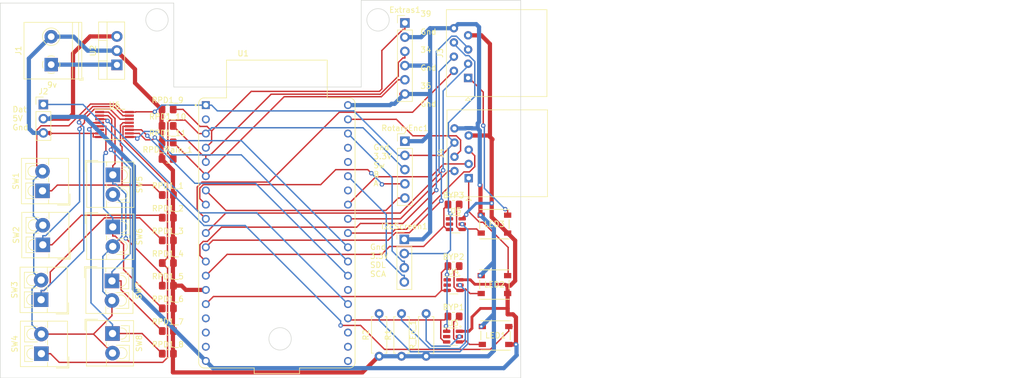
<source format=kicad_pcb>
(kicad_pcb (version 20221018) (generator pcbnew)
  (layers (0 "F.Cu" signal) (31 "B.Cu" signal) (34 "B.Paste" user) (35 "F.Paste" user) (36 "B.SilkS" user "B.Silkscreen") (37 "F.SilkS" user "F.Silkscreen") (38 "B.Mask" user) (39 "F.Mask" user) (44 "Edge.Cuts" user))
  (net 0 "")
  (net 12 "+9V")
  (net 13 "GND")
  (net 14 "LED_1_Data")
  (net 15 "+5V")
  (net 16 "LED_3_Data")
  (net 17 "/Mux3_1")
  (net 18 "/Mux3_2")
  (net 19 "/Mux3_3")
  (net 20 "/Mux3_return")
  (net 21 "+3.3V")
  (net 22 "LED_2_Data")
  (net 23 "/Mux2_1")
  (net 24 "/Mux2_2")
  (net 25 "/Mux2_3")
  (net 26 "/Mux2_return")
  (net 27 "Net-(LED1-DIN)")
  (net 28 "Net-(LED2-DIN)")
  (net 29 "Net-(LED3-DIN)")
  (net 30 "Net-(U6-A0)")
  (net 31 "Net-(U6-A1)")
  (net 32 "Net-(U6-A2)")
  (net 33 "Net-(U6-A3)")
  (net 34 "Net-(U6-A4)")
  (net 35 "Net-(U6-A5)")
  (net 36 "Net-(U6-A6)")
  (net 37 "Net-(U6-A7)")
  (net 39 "LED_1_sig")
  (net 40 "Net-(U3-OE)")
  (net 42 "LED_2_sig")
  (net 43 "Net-(U4-OE)")
  (net 45 "LED_3_sig")
  (net 46 "Net-(U5-OE)")
  (net 47 "Mux1_return")
  (net 48 "Mux1_3")
  (net 49 "Mux1_2")
  (net 50 "Mux1_1")
  (net 51 "/GP39")
  (net 52 "/GP34")
  (net 53 "/GP35")
  (net 54 "/I2C_SCL")
  (net 55 "/I2C_SDA")
  (net 56 "/Enc_B")
  (net 57 "/Enc_Sw")
  (net 58 "/Enc_A")
  (footprint "Resistor_SMD:R_0805_2012Metric_Pad1.20x1.40mm_HandSolder" (layer "F.Cu") (at 110 65)
    (fp_text reference "BYP3")
    (fp_text value "~")
  )
  (footprint "Package_SO:QSOP-16_3.9x4.9mm_P0.635mm" (layer "F.Cu") (at 49.4 50.7)
    (fp_text reference "U6")
    (fp_text value "CD74HC4051M96")
  )
  (footprint "Resistor_SMD:R_0805_2012Metric_Pad1.20x1.40mm_HandSolder" (layer "F.Cu") (at 58.945 63.3)
    (fp_text reference "RPD1_1")
    (fp_text value "10k")
  )
  (footprint "Resistor_SMD:R_0805_2012Metric_Pad1.20x1.40mm_HandSolder" (layer "F.Cu") (at 110 76)
    (fp_text reference "BYP2")
    (fp_text value "~")
  )
  (footprint "Package_TO_SOT_THT:TO-220-3_Vertical" (layer "F.Cu") (at 49.845 40.04 90)
    (fp_text reference "U2")
    (fp_text value "L7805")
  )
  (footprint "TerminalBlock_4Ucon:TerminalBlock_4Ucon_1x02_P3.50mm_Vertical" (layer "F.Cu") (at 36.345 91.65 90)
    (fp_text reference "SW4")
    (fp_text value "SW_Push")
  )
  (footprint "Relay_parts:LED_IN-PI55TAT_INL" (layer "F.Cu") (at 117.5 88.4)
    (fp_text reference "LED1")
    (fp_text value "IN-PI55TATPRPGPB")
  )
  (footprint "TerminalBlock_4Ucon:TerminalBlock_4Ucon_1x02_P3.50mm_Vertical" (layer "F.Cu") (at 36.3 82 90)
    (fp_text reference "SW3")
    (fp_text value "SW_Push")
  )
  (footprint "Resistor_SMD:R_0805_2012Metric_Pad1.20x1.40mm_HandSolder" (layer "F.Cu") (at 58.945 75.45)
    (fp_text reference "RPD1_4")
    (fp_text value "10k")
  )
  (footprint "Connector_PinHeader_2.54mm:PinHeader_1x04_P2.54mm_Vertical" (layer "F.Cu") (at 101.2 71.22)
    (fp_text reference "I2cScreen1")
    (fp_text value "Conn_01x05_Pin")
  )
  (footprint "Resistor_SMD:R_0805_2012Metric_Pad1.20x1.40mm_HandSolder" (layer "F.Cu") (at 58.9 50.95)
    (fp_text reference "RPD1_10")
    (fp_text value "10k")
  )
  (footprint "Resistor_THT:R_Axial_DIN0207_L6.3mm_D2.5mm_P7.62mm_Horizontal" (layer "F.Cu") (at 96.7 92.11 90)
    (fp_text reference "R2")
    (fp_text value "R")
  )
  (footprint "Resistor_SMD:R_0805_2012Metric_Pad1.20x1.40mm_HandSolder" (layer "F.Cu") (at 110 85)
    (fp_text reference "BYP1")
    (fp_text value "~")
  )
  (footprint "TerminalBlock_4Ucon:TerminalBlock_4Ucon_1x02_P3.50mm_Vertical" (layer "F.Cu") (at 49.11 59.7 -90)
    (fp_text reference "SW5")
    (fp_text value "SW_Push")
  )
  (footprint "Package_TO_SOT_SMD:SOT-23-6" (layer "F.Cu") (at 109.9 88.6)
    (fp_text reference "U3")
    (fp_text value "TXS0101DBV")
  )
  (footprint "Resistor_THT:R_Axial_DIN0207_L6.3mm_D2.5mm_P7.62mm_Horizontal" (layer "F.Cu") (at 100.7 92.11 90)
    (fp_text reference "R1")
    (fp_text value "R")
  )
  (footprint "Package_TO_SOT_SMD:SOT-23-6" (layer "F.Cu") (at 110 79.4)
    (fp_text reference "U4")
    (fp_text value "TXS0101DBV")
  )
  (footprint "Connector_PinHeader_2.54mm:PinHeader_1x03_P2.54mm_Vertical" (layer "F.Cu") (at 36.7 47.12)
    (fp_text reference "J2")
    (fp_text value "LED Strip Conn")
  )
  (footprint "TerminalBlock_4Ucon:TerminalBlock_4Ucon_1x02_P3.50mm_Vertical" (layer "F.Cu") (at 48.955 78.65 -90)
    (fp_text reference "SW7")
    (fp_text value "SW_Push")
  )
  (footprint "Relay_parts:LED_IN-PI55TAT_INL" (layer "F.Cu") (at 117.3 79.3)
    (fp_text reference "LED2")
    (fp_text value "IN-PI55TATPRPGPB")
  )
  (footprint "Package_TO_SOT_SMD:SOT-23-6" (layer "F.Cu") (at 110.4 68.5)
    (fp_text reference "U5")
    (fp_text value "TXS0101DBV")
  )
  (footprint "Resistor_SMD:R_0805_2012Metric_Pad1.20x1.40mm_HandSolder" (layer "F.Cu") (at 58.945 87.6)
    (fp_text reference "RPD1_7")
    (fp_text value "10k")
  )
  (footprint "Connector_PinHeader_2.54mm:PinHeader_1x06_P2.54mm_Vertical" (layer "F.Cu") (at 101.3 32.55)
    (fp_text reference "Extras1")
    (fp_text value "Conn_01x06_Pin")
  )
  (footprint "TerminalBlock_4Ucon:TerminalBlock_4Ucon_1x02_P3.50mm_Vertical" (layer "F.Cu") (at 49.1 69 -90)
    (fp_text reference "SW6")
    (fp_text value "SW_Push")
  )
  (footprint "TerminalBlock_4Ucon:TerminalBlock_4Ucon_1x02_P3.50mm_Vertical" (layer "F.Cu") (at 36.545 62.55 90)
    (fp_text reference "SW1")
    (fp_text value "SW_Push")
  )
  (footprint "Resistor_SMD:R_0805_2012Metric_Pad1.20x1.40mm_HandSolder" (layer "F.Cu") (at 58.945 79.5)
    (fp_text reference "RPD1_5")
    (fp_text value "10k")
  )
  (footprint "Connector_RJ:RJ45_Amphenol_54602-x08_Horizontal" (layer "F.Cu") (at 112.7 60.2825 90)
    (fp_text reference "J4")
    (fp_text value "Expansion")
  )
  (footprint "Resistor_SMD:R_0805_2012Metric_Pad1.20x1.40mm_HandSolder" (layer "F.Cu") (at 58.945 83.55)
    (fp_text reference "RPD1_6")
    (fp_text value "10k")
  )
  (footprint "Resistor_SMD:R_0805_2012Metric_Pad1.20x1.40mm_HandSolder" (layer "F.Cu") (at 58.9 56.85)
    (fp_text reference "RPD_Main_1")
    (fp_text value "10k")
  )
  (footprint "Connector_RJ:RJ45_Amphenol_54602-x08_Horizontal" (layer "F.Cu") (at 112.6 42.3825 90)
    (fp_text reference "J3")
    (fp_text value "Expansion")
  )
  (footprint "Relay_parts:LED_IN-PI55TAT_INL" (layer "F.Cu") (at 117.3 68.5)
    (fp_text reference "LED3")
    (fp_text value "IN-PI55TATPRPGPB")
  )
  (footprint "Resistor_SMD:R_0805_2012Metric_Pad1.20x1.40mm_HandSolder" (layer "F.Cu") (at 58.9 53.9)
    (fp_text reference "RPD1_11")
    (fp_text value "10k")
  )
  (footprint "Resistor_SMD:R_0805_2012Metric_Pad1.20x1.40mm_HandSolder" (layer "F.Cu") (at 58.945 91.65)
    (fp_text reference "RPD1_8")
    (fp_text value "10k")
  )
  (footprint "Resistor_SMD:R_0805_2012Metric_Pad1.20x1.40mm_HandSolder" (layer "F.Cu") (at 58.945 67.35)
    (fp_text reference "RPD1_2")
    (fp_text value "10k")
  )
  (footprint "TerminalBlock_4Ucon:TerminalBlock_4Ucon_1x02_P3.50mm_Vertical" (layer "F.Cu") (at 49.055 88.05 -90)
    (fp_text reference "SW8")
    (fp_text value "SW_Push")
  )
  (footprint "Resistor_SMD:R_0805_2012Metric_Pad1.20x1.40mm_HandSolder" (layer "F.Cu") (at 58.9 48)
    (fp_text reference "RPD1_9")
    (fp_text value "10k")
  )
  (footprint "TerminalBlock_Philmore:TerminalBlock_Philmore_TB132_1x02_P5.00mm_Horizontal" (layer "F.Cu") (at 38.1 40 90)
    (fp_text reference "J1")
    (fp_text value "Power In")
  )
  (footprint "Resistor_THT:R_Axial_DIN0207_L6.3mm_D2.5mm_P7.62mm_Horizontal" (layer "F.Cu") (at 105.1 92.11 90)
    (fp_text reference "R_En_1")
    (fp_text value "R")
  )
  (footprint "TerminalBlock_4Ucon:TerminalBlock_4Ucon_1x02_P3.50mm_Vertical" (layer "F.Cu") (at 36.6 72.2 90)
    (fp_text reference "SW2")
    (fp_text value "SW_Push")
  )
  (footprint "Connector_PinHeader_2.54mm:PinHeader_1x05_P2.54mm_Vertical" (layer "F.Cu") (at 101.3 53.68)
    (fp_text reference "RotaryEnc1")
    (fp_text value "Conn_01x05_Pin")
  )
  (footprint "Resistor_SMD:R_0805_2012Metric_Pad1.20x1.40mm_HandSolder" (layer "F.Cu") (at 58.945 71.4)
    (fp_text reference "RPD1_3")
    (fp_text value "10k")
  )
  (footprint "ESP32_DEVKITC_32E:MODULE_ESP32-DEVKITC-32E" (layer "F.Cu") (at 78.4275 70.07)
    (fp_text reference "U1")
    (fp_text value "ESP32-DEVKITC-32E")
  )
  (gr_line (start 122 96) (end 29 96) (stroke (width 0.1)) (layer "Edge.Cuts"))
  (gr_circle (center 96.5 32) (end 98.5 32) (stroke (width 0.1)) (fill none) (layer "Edge.Cuts"))
  (gr_circle (center 79 89) (end 81 89) (stroke (width 0.1)) (fill none) (layer "Edge.Cuts"))
  (gr_line (start 29 96) (end 29 29) (stroke (width 0.1)) (layer "Edge.Cuts"))
  (gr_line (start 93.5 28.5) (end 122 28.5) (stroke (width 0.1)) (layer "Edge.Cuts"))
  (gr_line (start 122 28.5) (end 122 96) (stroke (width 0.1)) (layer "Edge.Cuts"))
  (gr_circle (center 57 32) (end 59 32) (stroke (width 0.1)) (fill none) (layer "Edge.Cuts"))
  (gr_line (start 29 29) (end 60 29) (stroke (width 0.1)) (layer "Edge.Cuts"))
  (gr_line (start 60 29) (end 60 44) (stroke (width 0.1)) (layer "Edge.Cuts"))
  (gr_line (start 93.5 44) (end 93.5 28.5) (stroke (width 0.1)) (layer "Edge.Cuts"))
  (gr_line (start 60 44) (end 93.5 44) (stroke (width 0.1)) (layer "Edge.Cuts"))
  (gr_text "39\n\nGnd\n\n34\n\nGnd\n\n35\n\nGnd\n" (at 104 47.6) (layer "F.SilkS") (effects (font (size 1 1)) (justify left bottom)))
  (gr_text "Gnd\n3.3V\nSDL\nSCA" (at 95 78) (layer "F.SilkS") (effects (font (size 1 1)) (justify left bottom)))
  (gr_text "Gnd\n3.3V\nSw\nB\nA" (at 95.6 61.8) (layer "F.SilkS") (effects (font (size 1 1)) (justify left bottom)))
  (gr_text "Dat\n5V\nGnd\n" (at 31.1 51.8) (layer "F.SilkS") (effects (font (size 1 1)) (justify left bottom)))
  (gr_text "9v\n" (at 37.3 44.2) (layer "F.SilkS") (effects (font (size 1 1)) (justify left bottom)))
  (segment (start 49.805 40) (end 49.845 40.04) (width 0.75) (layer "B.Cu") (net 12))
  (segment (start 38.1 40) (end 49.805 40) (width 0.75) (layer "B.Cu") (net 12))
  (segment (start 59.8525 91.3) (end 59.8525 87.6) (width 0.75) (layer "F.Cu") (net 13))
  (segment (start 59.945 71.4) (end 59.8525 71.4) (width 0.25) (layer "F.Cu") (net 13))
  (segment (start 57.9 56.85) (end 57.8538 56.8962) (width 0.25) (layer "F.Cu") (net 13))
  (segment (start 59.945 63.3) (end 59.8525 63.3) (width 0.25) (layer "F.Cu") (net 13))
  (segment (start 49.845 37.5) (end 49.7988 37.5462) (width 0.25) (layer "F.Cu") (net 13))
  (segment (start 37.7844 52.2) (end 37.8719 52.2875) (width 0.75) (layer "F.Cu") (net 13))
  (segment (start 59.8525 67.35) (end 59.8525 63.3) (width 0.75) (layer "F.Cu") (net 13))
  (segment (start 93.7175 95) (end 59.8525 95) (width 0.75) (layer "F.Cu") (net 13))
  (segment (start 59.945 79.5) (end 61.4075 79.5) (width 0.75) (layer "F.Cu") (net 13))
  (segment (start 114.9378 66.9) (end 114.938 66.9) (width 0.25) (layer "F.Cu") (net 13))
  (segment (start 46.7457 52.2875) (end 45.6188 52.2875) (width 0.25) (layer "F.Cu") (net 13))
  (segment (start 59.8525 58.895) (end 57.8538 56.8962) (width 0.75) (layer "F.Cu") (net 13))
  (segment (start 59.8525 95) (end 59.8525 91.3) (width 0.75) (layer "F.Cu") (net 13))
  (segment (start 57.8075 50.95) (end 57.8075 48) (width 0.75) (layer "F.Cu") (net 13))
  (segment (start 59.8525 87.6) (end 59.8525 83.55) (width 0.75) (layer "F.Cu") (net 13))
  (segment (start 95.1625 93.555) (end 93.7175 95) (width 0.75) (layer "F.Cu") (net 13))
  (segment (start 96.6075 92.11) (end 95.1625 93.555) (width 0.75) (layer "F.Cu") (net 13))
  (segment (start 59.945 75.45) (end 59.8525 75.45) (width 0.25) (layer "F.Cu") (net 13))
  (segment (start 61.4075 79.5) (end 62.1625 80.255) (width 0.75) (layer "F.Cu") (net 13))
  (segment (start 114.808 61.5) (end 114.684 61.5) (width 0.75) (layer "F.Cu") (net 13))
  (segment (start 114.958 86.8) (end 115.1378 86.8) (width 0.25) (layer "F.Cu") (net 13))
  (segment (start 57.8075 48) (end 53.075 43.2675) (width 0.75) (layer "F.Cu") (net 13))
  (segment (start 114.758 77.7) (end 114.9378 77.7) (width 0.25) (layer "F.Cu") (net 13))
  (segment (start 59.8525 91.3) (end 59.945 91.3925) (width 0.25) (layer "F.Cu") (net 13))
  (segment (start 57.8075 53.9) (end 57.8075 50.95) (width 0.75) (layer "F.Cu") (net 13))
  (segment (start 59.8525 79.5) (end 59.945 79.5) (width 0.75) (layer "F.Cu") (net 13))
  (segment (start 101.208 45.25) (end 100.658 45.25) (width 0.75) (layer "F.Cu") (net 13))
  (segment (start 114.758 66.9) (end 114.808 66.9) (width 0.75) (layer "F.Cu") (net 13))
  (segment (start 59.8525 79.5) (end 59.8525 75.45) (width 0.75) (layer "F.Cu") (net 13))
  (segment (start 45.6188 52.9225) (end 45.6188 52.2875) (width 0.25) (layer "F.Cu") (net 13))
  (segment (start 46.7457 52.9225) (end 45.6188 52.9225) (width 0.25) (layer "F.Cu") (net 13))
  (segment (start 37.7844 52.2) (end 37.8769 52.2) (width 0.25) (layer "F.Cu") (net 13))
  (segment (start 114.9378 77.7) (end 114.938 77.7) (width 0.25) (layer "F.Cu") (net 13))
  (segment (start 62.1625 80.255) (end 65.635 80.255) (width 0.75) (layer "F.Cu") (net 13))
  (segment (start 53.075 43.2675) (end 53.075 40.8225) (width 0.75) (layer "F.Cu") (net 13))
  (segment (start 59.945 91.3925) (end 59.945 91.65) (width 0.25) (layer "F.Cu") (net 13))
  (segment (start 57.8075 53.9) (end 57.9 53.9) (width 0.25) (layer "F.Cu") (net 13))
  (segment (start 95.1625 93.555) (end 95.255 93.555) (width 0.25) (layer "F.Cu") (net 13))
  (segment (start 101.208 45.25) (end 101.3 45.25) (width 0.25) (layer "F.Cu") (net 13))
  (segment (start 53.075 40.8225) (end 49.7988 37.5462) (width 0.75) (layer "F.Cu") (net 13))
  (segment (start 57.9 48) (end 57.8075 48) (width 0.25) (layer "F.Cu") (net 13))
  (segment (start 59.8525 83.55) (end 59.945 83.55) (width 0.25) (layer "F.Cu") (net 13))
  (segment (start 115.1378 86.8) (end 115.138 86.8) (width 0.25) (layer "F.Cu") (net 13))
  (segment (start 114.808 66.9) (end 114.808 61.5) (width 0.75) (layer "F.Cu") (net 13))
  (segment (start 45.6188 52.2875) (end 37.8719 52.2875) (width 0.25) (layer "F.Cu") (net 13))
  (segment (start 59.945 87.6) (end 59.8525 87.6) (width 0.25) (layer "F.Cu") (net 13))
  (segment (start 57.8538 56.8962) (end 57.8075 56.85) (width 0.75) (layer "F.Cu") (net 13))
  (segment (start 59.8525 71.4) (end 59.8525 67.35) (width 0.75) (layer "F.Cu") (net 13))
  (segment (start 59.8525 83.55) (end 59.8525 79.5) (width 0.75) (layer "F.Cu") (net 13))
  (segment (start 49.7988 37.5462) (end 49.7525 37.5) (width 0.75) (layer "F.Cu") (net 13))
  (segment (start 36.7 52.2) (end 37.7844 52.2) (width 0.25) (layer "F.Cu") (net 13))
  (segment (start 46.7457 52.2875) (end 46.7457 51.6525) (width 0.25) (layer "F.Cu") (net 13))
  (segment (start 59.8525 75.45) (end 59.8525 71.4) (width 0.75) (layer "F.Cu") (net 13))
  (segment (start 65.635 80.255) (end 65.7275 80.255) (width 0.25) (layer "F.Cu") (net 13))
  (segment (start 95.255 93.555) (end 96.7 92.11) (width 0.25) (layer "F.Cu") (net 13))
  (segment (start 59.945 67.35) (end 59.8525 67.35) (width 0.25) (layer "F.Cu") (net 13))
  (segment (start 57.8075 56.85) (end 57.8075 53.9) (width 0.75) (layer "F.Cu") (net 13))
  (segment (start 114.808 66.9) (end 114.9378 66.9) (width 0.25) (layer "F.Cu") (net 13))
  (segment (start 59.8525 63.3) (end 59.8525 58.895) (width 0.75) (layer "F.Cu") (net 13))
  (segment (start 57.9 50.95) (end 57.8075 50.95) (width 0.25) (layer "F.Cu") (net 13))
  (via (at 114.958 86.8) (size 0.8) (drill 0.4) (layers "F.Cu" "B.Cu") (net 13))
  (via (at 114.684 61.5) (size 0.8) (drill 0.4) (layers "F.Cu" "B.Cu") (net 13))
  (via (at 114.808 66.9) (size 0.8) (drill 0.4) (layers "F.Cu" "B.Cu") (net 13))
  (via (at 114.758 77.7) (size 0.8) (drill 0.4) (layers "F.Cu" "B.Cu") (net 13))
  (segment (start 114.808 66.9) (end 117.208 69.3) (width 0.75) (layer "B.Cu") (net 13))
  (segment (start 104.428 53.68) (end 101.3 53.68) (width 0.75) (layer "B.Cu") (net 13))
  (segment (start 105.1 92.11) (end 116.198 92.11) (width 0.75) (layer "B.Cu") (net 13))
  (segment (start 117.208 84.55) (end 117.208 75.25) (width 0.75) (layer "B.Cu") (net 13))
  (segment (start 105.808 52.3) (end 104.428 53.68) (width 0.75) (layer "B.Cu") (net 13))
  (segment (start 38.1 35) (end 42.1075 35) (width 0.75) (layer "B.Cu") (net 13))
  (segment (start 100.7 92.11) (end 105.1 92.11) (width 0.75) (layer "B.Cu") (net 13))
  (segment (start 96.7 92.11) (end 100.7 92.11) (width 0.75) (layer "B.Cu") (net 13))
  (segment (start 101.2 71.22) (end 101.108 71.22) (width 0.75) (layer "B.Cu") (net 13))
  (segment (start 101.208 40.17) (end 101.3 40.17) (width 0.75) (layer "B.Cu") (net 13))
  (segment (start 105.808 33.4925) (end 105.808 39.9) (width 0.75) (layer "B.Cu") (net 13))
  (segment (start 44.6075 37.5) (end 49.7525 37.5) (width 0.75) (layer "B.Cu") (net 13))
  (segment (start 101.3 53.68) (end 101.208 53.68) (width 0.75) (layer "B.Cu") (net 13))
  (segment (start 104.21 35.09) (end 105.808 33.4925) (width 0.75) (layer "B.Cu") (net 13))
  (segment (start 113.249 51.3375) (end 112.151 51.3375) (width 0.75) (layer "B.Cu") (net 13))
  (segment (start 34.1075 38.9) (end 34.1075 51.4) (width 0.75) (layer "B.Cu") (net 13))
  (segment (start 38.0075 35) (end 34.1075 38.9) (width 0.75) (layer "B.Cu") (net 13))
  (segment (start 110.06 33.4925) (end 110.786 32.766) (width 0.75) (layer "B.Cu") (net 13))
  (segment (start 113.304 51.3925) (end 113.249 51.3375) (width 0.75) (layer "B.Cu") (net 13))
  (segment (start 104.488 71.22) (end 101.2 71.22) (width 0.75) (layer "B.Cu") (net 13))
  (segment (start 117.208 91.1) (end 117.208 84.55) (width 0.75) (layer "B.Cu") (net 13))
  (segment (start 110.786 32.766) (end 114.046 32.766) (width 0.75) (layer "B.Cu") (net 13))
  (segment (start 114.046 32.766) (end 114.554 33.274) (width 0.75) (layer "B.Cu") (net 13))
  (segment (start 91.1275 47.235) (end 91.035 47.235) (width 0.75) (layer "B.Cu") (net 13))
  (segment (start 98.9075 47) (end 98.6725 47.235) (width 0.75) (layer "B.Cu") (net 13))
  (segment (start 110.16 51.3925) (end 110.068 51.3925) (width 0.75) (layer "B.Cu") (net 13))
  (segment (start 38.1 35) (end 38.0075 35) (width 0.75) (layer "B.Cu") (net 13))
  (segment (start 101.3 35.09) (end 104.21 35.09) (width 0.75) (layer "B.Cu") (net 13))
  (segment (start 96.6075 92.11) (end 96.7 92.11) (width 0.75) (layer "B.Cu") (net 13))
  (segment (start 101.3 45.25) (end 105.758 45.25) (width 0.75) (layer "B.Cu") (net 13))
  (segment (start 42.1075 35) (end 44.6075 37.5) (width 0.75) (layer "B.Cu") (net 13))
  (segment (start 114.554 33.274) (end 114.554 50.2671) (width 0.75) (layer "B.Cu") (net 13))
  (segment (start 101.3 40.17) (end 105.538 40.17) (width 0.75) (layer "B.Cu") (net 13))
  (segment (start 34.1075 51.4) (end 34.9075 52.2) (width 0.75) (layer "B.Cu") (net 13))
  (segment (start 117.208 69.3) (end 117.208 75.25) (width 0.75) (layer "B.Cu") (net 13))
  (segment (start 105.808 69.9) (end 104.488 71.22) (width 0.75) (layer "B.Cu") (net 13))
  (segment (start 112.151 51.3375) (end 112.096 51.3925) (width 0.75) (layer "B.Cu") (net 13))
  (segment (start 117.208 84.55) (end 114.958 86.8) (width 0.75) (layer "B.Cu") (net 13))
  (segment (start 114.325 51.4165) (end 114.684 51.7755) (width 0.75) (layer "B.Cu") (net 13))
  (segment (start 101.3 45.25) (end 101.208 45.25) (width 0.75) (layer "B.Cu") (net 13))
  (segment (start 101.208 45.25) (end 99.4575 47) (width 0.75) (layer "B.Cu") (net 13))
  (segment (start 114.684 61.5) (end 114.684 51.7755) (width 0.75) (layer "B.Cu") (net 13))
  (segment (start 105.808 39.9) (end 105.808 45.3) (width 0.75) (layer "B.Cu") (net 13))
  (segment (start 105.808 52.3) (end 105.808 69.9) (width 0.75) (layer "B.Cu") (net 13))
  (segment (start 101.208 35.09) (end 101.3 35.09) (width 0.75) (layer "B.Cu") (net 13))
  (segment (start 112.096 51.3925) (end 110.16 51.3925) (width 0.75) (layer "B.Cu") (net 13))
  (segment (start 114.684 51.7755) (end 114.3 51.3925) (width 0.75) (layer "B.Cu") (net 13))
  (segment (start 105.758 45.25) (end 105.808 45.3) (width 0.75) (layer "B.Cu") (net 13))
  (segment (start 105.538 40.17) (end 105.808 39.9) (width 0.75) (layer "B.Cu") (net 13))
  (segment (start 114.325 50.4961) (end 114.325 51.4165) (width 0.75) (layer "B.Cu") (net 13))
  (segment (start 36.6075 52.2) (end 36.7 52.2) (width 0.25) (layer "B.Cu") (net 13))
  (segment (start 117.208 75.25) (end 114.758 77.7) (width 0.75) (layer "B.Cu") (net 13))
  (segment (start 105.808 33.4925) (end 110.06 33.4925) (width 0.75) (layer "B.Cu") (net 13))
  (segment (start 99.4575 47) (end 98.9075 47) (width 0.75) (layer "B.Cu") (net 13))
  (segment (start 114.554 50.2671) (end 114.325 50.4961) (width 0.75) (layer "B.Cu") (net 13))
  (segment (start 34.9075 52.2) (end 36.6075 52.2) (width 0.75) (layer "B.Cu") (net 13))
  (segment (start 116.198 92.11) (end 117.208 91.1) (width 0.75) (layer "B.Cu") (net 13))
  (segment (start 105.808 45.3) (end 105.808 52.3) (width 0.75) (layer "B.Cu") (net 13))
  (segment (start 98.6725 47.235) (end 91.1275 47.235) (width 0.75) (layer "B.Cu") (net 13))
  (segment (start 49.7525 37.5) (end 49.845 37.5) (width 0.25) (layer "B.Cu") (net 13))
  (segment (start 114.3 51.3925) (end 113.304 51.3925) (width 0.75) (layer "B.Cu") (net 13))
  (segment (start 97.6707 90.8832) (end 93.3925 86.605) (width 0.25) (layer "F.Cu") (net 14))
  (segment (start 119.862 86.8) (end 119.862 87.5968) (width 0.25) (layer "F.Cu") (net 14))
  (segment (start 119.95 86.8) (end 119.8622 86.8) (width 0.25) (layer "F.Cu") (net 14))
  (segment (start 119.862 87.5968) (end 116.576 90.8832) (width 0.25) (layer "F.Cu") (net 14))
  (segment (start 93.3925 86.605) (end 89.8166 86.605) (width 0.25) (layer "F.Cu") (net 14))
  (segment (start 119.95 86.8) (end 120.2 86.8) (width 0.75) (layer "F.Cu") (net 14))
  (segment (start 119.8622 86.8) (end 119.862 86.8) (width 0.25) (layer "F.Cu") (net 14))
  (segment (start 116.576 90.8832) (end 97.6707 90.8832) (width 0.25) (layer "F.Cu") (net 14))
  (via (at 89.8166 86.605) (size 0.8) (drill 0.4) (layers "F.Cu" "B.Cu") (net 14))
  (segment (start 89.8166 85.8046) (end 89.8166 86.605) (width 0.25) (layer "B.Cu") (net 14))
  (segment (start 43.7795 47.12) (end 65.4098 68.7503) (width 0.25) (layer "B.Cu") (net 14))
  (segment (start 72.7623 68.7503) (end 89.8166 85.8046) (width 0.25) (layer "B.Cu") (net 14))
  (segment (start 36.7 47.12) (end 43.7795 47.12) (width 0.25) (layer "B.Cu") (net 14))
  (segment (start 65.4098 68.7503) (end 72.7623 68.7503) (width 0.25) (layer "B.Cu") (net 14))
  (segment (start 114.962 34.7625) (end 115.9 35.7) (width 0.75) (layer "F.Cu") (net 15))
  (segment (start 119.6622 70.1) (end 116.812 67.2496) (width 0.75) (layer "F.Cu") (net 15))
  (segment (start 121.15 85.15) (end 121.15 89.7643) (width 0.75) (layer "F.Cu") (net 15))
  (segment (start 121 78.6298) (end 121 71.4378) (width 0.75) (layer "F.Cu") (net 15))
  (segment (start 111.5375 67.55) (end 111.538 67.55) (width 0.25) (layer "F.Cu") (net 15))
  (segment (start 121 71.4378) (end 119.6622 70.1) (width 0.75) (layer "F.Cu") (net 15))
  (segment (start 119.662 84.62) (end 120.62 84.62) (width 0.75) (layer "F.Cu") (net 15))
  (segment (start 112.994 78.45) (end 113.792 79.248) (width 0.5) (layer "F.Cu") (net 15))
  (segment (start 119.543 79.4845) (end 120.145 79.4845) (width 0.75) (layer "F.Cu") (net 15))
  (segment (start 116.812 53.4882) (end 116.95 53.35) (width 0.75) (layer "F.Cu") (net 15))
  (segment (start 119.862 90) (end 119.8622 90) (width 0.75) (layer "F.Cu") (net 15))
  (segment (start 112.7 52.6625) (end 116.262 52.6625) (width 0.75) (layer "F.Cu") (net 15))
  (segment (start 116.95 53.35) (end 116.5 52.9) (width 0.75) (layer "F.Cu") (net 15))
  (segment (start 112.253 66.8343) (end 111.538 67.55) (width 0.5) (layer "F.Cu") (net 15))
  (segment (start 120.62 84.62) (end 121.15 85.15) (width 0.75) (layer "F.Cu") (net 15))
  (segment (start 45.04 34.96) (end 42 38) (width 0.75) (layer "F.Cu") (net 15))
  (segment (start 119.306 79.248) (end 119.543 79.4845) (width 0.5) (layer "F.Cu") (net 15))
  (segment (start 111.1375 78.45) (end 111.138 78.45) (width 0.25) (layer "F.Cu") (net 15))
  (segment (start 119.662 83.566) (end 119.662 84.62) (width 0.75) (layer "F.Cu") (net 15))
  (segment (start 119.662 83.566) (end 119.662 80.9) (width 0.75) (layer "F.Cu") (net 15))
  (segment (start 121.15 89.7643) (end 120.914 90) (width 0.75) (layer "F.Cu") (net 15))
  (segment (start 111.138 78.45) (end 112.994 78.45) (width 0.5) (layer "F.Cu") (net 15))
  (segment (start 120.145 79.4845) (end 121 78.6298) (width 0.75) (layer "F.Cu") (net 15))
  (segment (start 120.914 90) (end 121.147 90) (width 0.75) (layer "F.Cu") (net 15))
  (segment (start 116.262 52.6625) (end 116.5 52.9) (width 0.75) (layer "F.Cu") (net 15))
  (segment (start 119.8622 90) (end 120.914 90) (width 0.75) (layer "F.Cu") (net 15))
  (segment (start 49.845 34.96) (end 45.04 34.96) (width 0.75) (layer "F.Cu") (net 15))
  (segment (start 116.5 36.3) (end 116.5 52.9) (width 0.75) (layer "F.Cu") (net 15))
  (segment (start 42 38) (end 42 48.8) (width 0.75) (layer "F.Cu") (net 15))
  (segment (start 111.038 87.65) (end 112.756 87.65) (width 0.5) (layer "F.Cu") (net 15))
  (segment (start 113.792 79.248) (end 119.306 79.248) (width 0.5) (layer "F.Cu") (net 15))
  (segment (start 113.284 85.09) (end 114.808 83.566) (width 0.5) (layer "F.Cu") (net 15))
  (segment (start 119.662 79.6037) (end 119.543 79.4845) (width 0.75) (layer "F.Cu") (net 15))
  (segment (start 112.756 87.65) (end 113.284 87.122) (width 0.5) (layer "F.Cu") (net 15))
  (segment (start 119.662 80.9) (end 119.662 79.6037) (width 0.75) (layer "F.Cu") (net 15))
  (segment (start 112.253 66.8199) (end 112.253 66.8343) (width 0.5) (layer "F.Cu") (net 15))
  (segment (start 116.812 67.2496) (end 116.812 64.77) (width 0.75) (layer "F.Cu") (net 15))
  (segment (start 119.6622 80.9) (end 119.662 80.9) (width 0.25) (layer "F.Cu") (net 15))
  (segment (start 112.6 34.7625) (end 114.962 34.7625) (width 0.75) (layer "F.Cu") (net 15))
  (segment (start 41.14 49.66) (end 36.7 49.66) (width 0.75) (layer "F.Cu") (net 15))
  (segment (start 116.812 64.77) (end 116.812 53.4882) (width 0.75) (layer "F.Cu") (net 15))
  (segment (start 113.284 87.122) (end 113.284 85.09) (width 0.5) (layer "F.Cu") (net 15))
  (segment (start 111.0375 87.65) (end 111.038 87.65) (width 0.25) (layer "F.Cu") (net 15))
  (segment (start 42 48.8) (end 41.14 49.66) (width 0.75) (layer "F.Cu") (net 15))
  (segment (start 115.9 35.7) (end 116.5 36.3) (width 0.75) (layer "F.Cu") (net 15))
  (segment (start 114.808 83.566) (end 119.662 83.566) (width 0.5) (layer "F.Cu") (net 15))
  (via (at 121.147 90) (size 0.8) (drill 0.4) (layers "F.Cu" "B.Cu") (net 15))
  (via (at 112.253 66.8199) (size 0.8) (drill 0.4) (layers "F.Cu" "B.Cu") (net 15))
  (via (at 116.812 64.77) (size 0.8) (drill 0.4) (layers "F.Cu" "B.Cu") (net 15))
  (segment (start 118.966 94.234) (end 67.0065 94.234) (width 0.75) (layer "B.Cu") (net 15))
  (segment (start 52.8813 80.1088) (end 52.8813 58.1675) (width 0.75) (layer "B.Cu") (net 15))
  (segment (start 38.2003 49.3366) (end 37.8769 49.66) (width 0.75) (layer "B.Cu") (net 15))
  (segment (start 121.25 91.95) (end 121.25 90.1033) (width 0.75) (layer "B.Cu") (net 15))
  (segment (start 37.8769 49.66) (end 36.7 49.66) (width 0.75) (layer "B.Cu") (net 15))
  (segment (start 121.25 90.1033) (end 121.147 90) (width 0.75) (layer "B.Cu") (net 15))
  (segment (start 112.253 66.5628) (end 114.046 64.77) (width 0.5) (layer "B.Cu") (net 15))
  (segment (start 114.046 64.77) (end 116.812 64.77) (width 0.5) (layer "B.Cu") (net 15))
  (segment (start 121.3 91.9) (end 121.25 91.95) (width 0.75) (layer "B.Cu") (net 15))
  (segment (start 44.0504 49.3366) (end 38.2003 49.3366) (width 0.75) (layer "B.Cu") (net 15))
  (segment (start 65.7275 92.955) (end 52.8813 80.1088) (width 0.75) (layer "B.Cu") (net 15))
  (segment (start 52.8813 58.1675) (end 44.0504 49.3366) (width 0.75) (layer "B.Cu") (net 15))
  (segment (start 67.0065 94.234) (end 65.7275 92.955) (width 0.75) (layer "B.Cu") (net 15))
  (segment (start 112.253 66.8199) (end 112.253 66.5628) (width 0.5) (layer "B.Cu") (net 15))
  (segment (start 121.25 91.95) (end 118.966 94.234) (width 0.75) (layer "B.Cu") (net 15))
  (segment (start 112.782 42.3825) (end 112.6 42.3825) (width 0.25) (layer "F.Cu") (net 16))
  (segment (start 119.662 66.9) (end 119.662 66.5016) (width 0.25) (layer "F.Cu") (net 16))
  (segment (start 119.662 66.5016) (end 119.6622 66.5018) (width 0.25) (layer "F.Cu") (net 16))
  (segment (start 115.3 44.9) (end 112.782 42.3825) (width 0.25) (layer "F.Cu") (net 16))
  (segment (start 119.662 66.5016) (end 119.662 66.1032) (width 0.25) (layer "F.Cu") (net 16))
  (segment (start 119.379 65.8204) (end 119.22 65.8204) (width 0.25) (layer "F.Cu") (net 16))
  (segment (start 119.6622 66.5018) (end 119.6622 66.9) (width 0.25) (layer "F.Cu") (net 16))
  (segment (start 119.662 66.1032) (end 119.379 65.8204) (width 0.25) (layer "F.Cu") (net 16))
  (segment (start 115.3 50.9) (end 115.3 44.9) (width 0.25) (layer "F.Cu") (net 16))
  (via (at 119.22 65.8204) (size 0.8) (drill 0.4) (layers "F.Cu" "B.Cu") (net 16))
  (via (at 115.3 50.9) (size 0.8) (drill 0.4) (layers "F.Cu" "B.Cu") (net 16))
  (segment (start 115.3 50.9) (end 115.5 51.1) (width 0.25) (layer "B.Cu") (net 16))
  (segment (start 115.5 51.1) (end 115.5 62.1) (width 0.25) (layer "B.Cu") (net 16))
  (segment (start 115.5 62.1) (end 119.22 65.8204) (width 0.25) (layer "B.Cu") (net 16))
  (segment (start 65.7275 67.555) (end 64.1832 66.0107) (width 0.25) (layer "F.Cu") (net 17))
  (segment (start 102.668 48.505) (end 110.06 41.1125) (width 0.25) (layer "F.Cu") (net 17))
  (segment (start 64.1832 61.8617) (end 65.0584 60.9865) (width 0.25) (layer "F.Cu") (net 17))
  (segment (start 77.0916 60.9865) (end 89.5731 48.505) (width 0.25) (layer "F.Cu") (net 17))
  (segment (start 65.0584 60.9865) (end 77.0916 60.9865) (width 0.25) (layer "F.Cu") (net 17))
  (segment (start 64.1832 66.0107) (end 64.1832 61.8617) (width 0.25) (layer "F.Cu") (net 17))
  (segment (start 89.5731 48.505) (end 102.668 48.505) (width 0.25) (layer "F.Cu") (net 17))
  (segment (start 69.2984 66.5241) (end 100.488 66.5241) (width 0.25) (layer "F.Cu") (net 18))
  (segment (start 65.7275 70.095) (end 69.2984 66.5241) (width 0.25) (layer "F.Cu") (net 18))
  (segment (start 100.488 66.5241) (end 108.134 58.8777) (width 0.25) (layer "F.Cu") (net 18))
  (via (at 108.134 58.8777) (size 0.8) (drill 0.4) (layers "F.Cu" "B.Cu") (net 18))
  (segment (start 108.134 44.6943) (end 112.6 40.2286) (width 0.25) (layer "B.Cu") (net 18))
  (segment (start 108.134 58.8777) (end 108.134 44.6943) (width 0.25) (layer "B.Cu") (net 18))
  (segment (start 112.6 40.2286) (end 112.6 39.8425) (width 0.25) (layer "B.Cu") (net 18))
  (segment (start 99.6313 70.0431) (end 102.102 70.0431) (width 0.25) (layer "F.Cu") (net 19))
  (segment (start 66.9975 71.365) (end 98.3094 71.365) (width 0.25) (layer "F.Cu") (net 19))
  (segment (start 98.3094 71.365) (end 99.6313 70.0431) (width 0.25) (layer "F.Cu") (net 19))
  (segment (start 102.102 70.0431) (end 107.82 64.3247) (width 0.25) (layer "F.Cu") (net 19))
  (segment (start 65.7275 72.635) (end 66.9975 71.365) (width 0.25) (layer "F.Cu") (net 19))
  (via (at 107.82 64.3247) (size 0.8) (drill 0.4) (layers "F.Cu" "B.Cu") (net 19))
  (segment (start 110.06 38.5725) (end 107.407 41.2251) (width 0.25) (layer "B.Cu") (net 19))
  (segment (start 107.407 41.2251) (end 107.407 59.1787) (width 0.25) (layer "B.Cu") (net 19))
  (segment (start 107.407 59.1787) (end 107.82 59.5916) (width 0.25) (layer "B.Cu") (net 19))
  (segment (start 107.82 59.5916) (end 107.82 64.3247) (width 0.25) (layer "B.Cu") (net 19))
  (segment (start 65.7275 75.175) (end 64.674 74.1215) (width 0.25) (layer "F.Cu") (net 20))
  (segment (start 93.3405 68.3817) (end 100.952 68.3817) (width 0.25) (layer "F.Cu") (net 20))
  (segment (start 92.6809 69.0413) (end 93.3405 68.3817) (width 0.25) (layer "F.Cu") (net 20))
  (segment (start 65.2617 71.5918) (end 65.9863 71.5918) (width 0.25) (layer "F.Cu") (net 20))
  (segment (start 65.9863 71.5918) (end 68.5368 69.0413) (width 0.25) (layer "F.Cu") (net 20))
  (segment (start 64.674 72.1795) (end 65.2617 71.5918) (width 0.25) (layer "F.Cu") (net 20))
  (segment (start 64.674 74.1215) (end 64.674 72.1795) (width 0.25) (layer "F.Cu") (net 20))
  (segment (start 68.5368 69.0413) (end 92.6809 69.0413) (width 0.25) (layer "F.Cu") (net 20))
  (segment (start 100.952 68.3817) (end 106.92 62.4141) (width 0.25) (layer "F.Cu") (net 20))
  (via (at 106.92 62.4141) (size 0.8) (drill 0.4) (layers "F.Cu" "B.Cu") (net 20))
  (segment (start 112.6 37.0196) (end 110.491 34.9107) (width 0.25) (layer "B.Cu") (net 20))
  (segment (start 109.652 34.9107) (end 106.92 37.6427) (width 0.25) (layer "B.Cu") (net 20))
  (segment (start 106.92 37.6427) (end 106.92 62.4141) (width 0.25) (layer "B.Cu") (net 20))
  (segment (start 112.6 37.3025) (end 112.6 37.0196) (width 0.25) (layer "B.Cu") (net 20))
  (segment (start 110.491 34.9107) (end 109.652 34.9107) (width 0.25) (layer "B.Cu") (net 20))
  (segment (start 108.7625 86.8381) (end 108.7625 87.65) (width 0.25) (layer "F.Cu") (net 21))
  (segment (start 108.8625 78.45) (end 108.8327 78.4202) (width 0.25) (layer "F.Cu") (net 21))
  (segment (start 45.1207 47.0385) (end 41.2292 50.93) (width 0.25) (layer "F.Cu") (net 21))
  (segment (start 53.1812 48.4775) (end 53.2262 48.4325) (width 0.25) (layer "F.Cu") (net 21))
  (segment (start 50.9274 48.4775) (end 49.4884 47.0385) (width 0.25) (layer "F.Cu") (net 21))
  (segment (start 101.3 56.22) (end 107.8725 56.22) (width 0.25) (layer "F.Cu") (net 21))
  (segment (start 107.8725 56.22) (end 110.16 53.9325) (width 0.25) (layer "F.Cu") (net 21))
  (segment (start 48.955 82.15) (end 48.955 84.85) (width 0.25) (layer "F.Cu") (net 21))
  (segment (start 41.2292 50.93) (end 36.2793 50.93) (width 0.25) (layer "F.Cu") (net 21))
  (segment (start 35.5138 58.0188) (end 36.545 59.05) (width 0.25) (layer "F.Cu") (net 21))
  (segment (start 52.0543 48.4775) (end 50.9274 48.4775) (width 0.25) (layer "F.Cu") (net 21))
  (segment (start 108.6456 86.7212) (end 108.7625 86.8381) (width 0.25) (layer "F.Cu") (net 21))
  (segment (start 49.4884 47.0385) (end 45.1207 47.0385) (width 0.25) (layer "F.Cu") (net 21))
  (segment (start 52.0543 48.4775) (end 53.1812 48.4775) (width 0.25) (layer "F.Cu") (net 21))
  (segment (start 108.8327 78.4202) (end 108.8327 77.5221) (width 0.25) (layer "F.Cu") (net 21))
  (segment (start 48.955 84.85) (end 45.655 88.15) (width 0.25) (layer "F.Cu") (net 21))
  (segment (start 109.4457 67.3668) (end 109.4457 66.6146) (width 0.25) (layer "F.Cu") (net 21))
  (segment (start 45.655 88.15) (end 49.055 91.55) (width 0.25) (layer "F.Cu") (net 21))
  (segment (start 36.345 88.15) (end 45.655 88.15) (width 0.25) (layer "F.Cu") (net 21))
  (segment (start 35.5138 51.6955) (end 35.5138 58.0188) (width 0.25) (layer "F.Cu") (net 21))
  (segment (start 109.2625 67.55) (end 109.4457 67.3668) (width 0.25) (layer "F.Cu") (net 21))
  (segment (start 36.2793 50.93) (end 35.5138 51.6955) (width 0.25) (layer "F.Cu") (net 21))
  (segment (start 53.2262 48.4325) (end 56.6205 48.4325) (width 0.25) (layer "F.Cu") (net 21))
  (via (at 109.4457 66.6146) (size 0.8) (drill 0.4) (layers "F.Cu" "B.Cu") (net 21))
  (via (at 108.6456 86.7212) (size 0.8) (drill 0.4) (layers "F.Cu" "B.Cu") (net 21))
  (via (at 56.6205 48.4325) (size 0.8) (drill 0.4) (layers "F.Cu" "B.Cu") (net 21))
  (via (at 108.8327 77.5221) (size 0.8) (drill 0.4) (layers "F.Cu" "B.Cu") (net 21))
  (segment (start 110.16 53.9325) (end 109.0773 55.0152) (width 0.25) (layer "B.Cu") (net 21))
  (segment (start 109.083 50.3875) (end 113.792 45.6785) (width 0.25) (layer "B.Cu") (net 21))
  (segment (start 92.169 48.2659) (end 67.7893 48.2659) (width 0.25) (layer "B.Cu") (net 21))
  (segment (start 108.8327 73.76) (end 108.8327 77.5221) (width 0.25) (layer "B.Cu") (net 21))
  (segment (start 101.3 56.22) (end 100.123 56.22) (width 0.25) (layer "B.Cu") (net 21))
  (segment (start 101.2 73.76) (end 102.3769 73.76) (width 0.25) (layer "B.Cu") (net 21))
  (segment (start 34.9731 70.3269) (end 34.9731 77.1731) (width 0.25) (layer "B.Cu") (net 21))
  (segment (start 49.1 72.5) (end 47.3281 74.2719) (width 0.25) (layer "B.Cu") (net 21))
  (segment (start 36.3 78.5) (end 34.6731 80.1269) (width 0.25) (layer "B.Cu") (net 21))
  (segment (start 67.7893 48.2659) (end 66.7584 47.235) (width 0.25) (layer "B.Cu") (net 21))
  (segment (start 110.06 36.2854) (end 110.06 36.0325) (width 0.25) (layer "B.Cu") (net 21))
  (segment (start 109.083 52.8556) (end 109.083 50.3875) (width 0.25) (layer "B.Cu") (net 21))
  (segment (start 50.7269 64.8169) (end 50.7269 70.7188) (width 0.25) (layer "B.Cu") (net 21))
  (segment (start 34.9181 60.6769) (end 34.9181 67.0181) (width 0.25) (layer "B.Cu") (net 21))
  (segment (start 47.3281 74.2719) (end 47.3281 80.5231) (width 0.25) (layer "B.Cu") (net 21))
  (segment (start 109.4457 73.147) (end 108.8327 73.76) (width 0.25) (layer "B.Cu") (net 21))
  (segment (start 110.16 53.9325) (end 109.083 52.8556) (width 0.25) (layer "B.Cu") (net 21))
  (segment (start 65.7275 47.235) (end 57.818 47.235) (width 0.25) (layer "B.Cu") (net 21))
  (segment (start 109.0773 55.0152) (end 109.0773 66.2462) (width 0.25) (layer "B.Cu") (net 21))
  (segment (start 34.6731 80.1269) (end 34.6731 86.4781) (width 0.25) (layer "B.Cu") (net 21))
  (segment (start 34.9181 67.0181) (end 36.6 68.7) (width 0.25) (layer "B.Cu") (net 21))
  (segment (start 34.6731 86.4781) (end 36.345 88.15) (width 0.25) (layer "B.Cu") (net 21))
  (segment (start 100.123 56.22) (end 92.169 48.2659) (width 0.25) (layer "B.Cu") (net 21))
  (segment (start 112.731 38.3794) (end 112.154 38.3794) (width 0.25) (layer "B.Cu") (net 21))
  (segment (start 108.8327 77.5221) (end 108.8327 86.5341) (width 0.25) (layer "B.Cu") (net 21))
  (segment (start 57.818 47.235) (end 56.6205 48.4325) (width 0.25) (layer "B.Cu") (net 21))
  (segment (start 112.154 38.3794) (end 110.06 36.2854) (width 0.25) (layer "B.Cu") (net 21))
  (segment (start 36.545 59.05) (end 34.9181 60.6769) (width 0.25) (layer "B.Cu") (net 21))
  (segment (start 108.8327 86.5341) (end 108.6456 86.7212) (width 0.25) (layer "B.Cu") (net 21))
  (segment (start 108.8327 73.76) (end 102.3769 73.76) (width 0.25) (layer "B.Cu") (net 21))
  (segment (start 113.792 39.4404) (end 112.731 38.3794) (width 0.25) (layer "B.Cu") (net 21))
  (segment (start 113.792 45.6785) (end 113.792 39.4404) (width 0.25) (layer "B.Cu") (net 21))
  (segment (start 109.4457 66.6146) (end 109.4457 73.147) (width 0.25) (layer "B.Cu") (net 21))
  (segment (start 36.6 68.7) (end 34.9731 70.3269) (width 0.25) (layer "B.Cu") (net 21))
  (segment (start 109.0773 66.2462) (end 109.4457 66.6146) (width 0.25) (layer "B.Cu") (net 21))
  (segment (start 49.11 63.2) (end 50.7269 64.8169) (width 0.25) (layer "B.Cu") (net 21))
  (segment (start 34.9731 77.1731) (end 36.3 78.5) (width 0.25) (layer "B.Cu") (net 21))
  (segment (start 47.3281 80.5231) (end 48.955 82.15) (width 0.25) (layer "B.Cu") (net 21))
  (segment (start 49.1 72.3457) (end 49.1 72.5) (width 0.25) (layer "B.Cu") (net 21))
  (segment (start 50.7269 70.7188) (end 49.1 72.3457) (width 0.25) (layer "B.Cu") (net 21))
  (segment (start 66.7584 47.235) (end 65.7275 47.235) (width 0.25) (layer "B.Cu") (net 21))
  (segment (start 114.62 68.1622) (end 112.7 66.2421) (width 0.25) (layer "F.Cu") (net 22))
  (segment (start 119.6715 77.6906) (end 119.6622 77.6999) (width 0.25) (layer "F.Cu") (net 22))
  (segment (start 119.75 77.6812) (end 119.681 77.6812) (width 0.25) (layer "F.Cu") (net 22))
  (segment (start 119.75 72.6574) (end 115.255 68.1622) (width 0.25) (layer "F.Cu") (net 22))
  (segment (start 119.75 77.65) (end 119.75 72.6574) (width 0.25) (layer "F.Cu") (net 22))
  (segment (start 112.7 66.2421) (end 112.7 60.2825) (width 0.25) (layer "F.Cu") (net 22))
  (segment (start 119.6622 77.6999) (end 119.6622 77.7) (width 0.25) (layer "F.Cu") (net 22))
  (segment (start 119.681 77.6812) (end 119.6715 77.6906) (width 0.25) (layer "F.Cu") (net 22))
  (segment (start 119.75 77.6812) (end 119.75 77.65) (width 0.75) (layer "F.Cu") (net 22))
  (segment (start 119.75 77.7) (end 119.75 77.6812) (width 0.75) (layer "F.Cu") (net 22))
  (segment (start 115.255 68.1622) (end 114.62 68.1622) (width 0.25) (layer "F.Cu") (net 22))
  (segment (start 119.6715 77.6906) (end 119.662 77.7) (width 0.25) (layer "F.Cu") (net 22))
  (segment (start 109.042 59.0125) (end 110.16 59.0125) (width 0.25) (layer "F.Cu") (net 23))
  (segment (start 100.5 67.555) (end 109.042 59.0125) (width 0.25) (layer "F.Cu") (net 23))
  (segment (start 91.1275 67.555) (end 100.5 67.555) (width 0.25) (layer "F.Cu") (net 23))
  (segment (start 96.1125 60.03) (end 91.1275 65.015) (width 0.25) (layer "F.Cu") (net 24))
  (segment (start 105.954 60.03) (end 96.1125 60.03) (width 0.25) (layer "F.Cu") (net 24))
  (segment (start 108.242 57.7425) (end 105.954 60.03) (width 0.25) (layer "F.Cu") (net 24))
  (segment (start 112.7 57.7425) (end 108.242 57.7425) (width 0.25) (layer "F.Cu") (net 24))
  (segment (start 110.499 52.7187) (end 111.253 53.4726) (width 0.25) (layer "F.Cu") (net 25))
  (segment (start 102.726 52.7187) (end 110.499 52.7187) (width 0.25) (layer "F.Cu") (net 25))
  (segment (start 91.1275 49.775) (end 99.7825 49.775) (width 0.25) (layer "F.Cu") (net 25))
  (segment (start 111.253 53.4726) (end 111.253 55.3795) (width 0.25) (layer "F.Cu") (net 25))
  (segment (start 111.253 55.3795) (end 110.16 56.4725) (width 0.25) (layer "F.Cu") (net 25))
  (segment (start 99.7825 49.775) (end 102.726 52.7187) (width 0.25) (layer "F.Cu") (net 25))
  (segment (start 113.781 56.2835) (end 112.7 55.2025) (width 0.25) (layer "F.Cu") (net 26))
  (segment (start 101.586 69.425) (end 111.84 59.1718) (width 0.25) (layer "F.Cu") (net 26))
  (segment (start 112.834 59.1718) (end 113.781 58.2246) (width 0.25) (layer "F.Cu") (net 26))
  (segment (start 113.781 58.2246) (end 113.781 56.2835) (width 0.25) (layer "F.Cu") (net 26))
  (segment (start 91.1275 70.095) (end 98.9165 70.095) (width 0.25) (layer "F.Cu") (net 26))
  (segment (start 111.84 59.1718) (end 112.834 59.1718) (width 0.25) (layer "F.Cu") (net 26))
  (segment (start 98.9165 70.095) (end 99.5865 69.425) (width 0.25) (layer "F.Cu") (net 26))
  (segment (start 99.5865 69.425) (end 101.586 69.425) (width 0.25) (layer "F.Cu") (net 26))
  (segment (start 112.855 90) (end 112.028 89.1731) (width 0.25) (layer "F.Cu") (net 27))
  (segment (start 115.025 90) (end 115 90) (width 0.25) (layer "F.Cu") (net 27))
  (segment (start 115.1378 90) (end 115.025 90) (width 0.25) (layer "F.Cu") (net 27))
  (segment (start 112.028 89.1731) (end 111.651 89.55) (width 0.25) (layer "F.Cu") (net 27))
  (segment (start 115.025 90) (end 115 90) (width 0.25) (layer "F.Cu") (net 27))
  (segment (start 110.016 88.9251) (end 110.016 85.9843) (width 0.25) (layer "F.Cu") (net 27))
  (segment (start 115 90) (end 114.816 90.1843) (width 0.25) (layer "F.Cu") (net 27))
  (segment (start 115.138 90) (end 115.1378 90) (width 0.25) (layer "F.Cu") (net 27))
  (segment (start 111.651 89.55) (end 111.0375 89.55) (width 0.25) (layer "F.Cu") (net 27))
  (segment (start 110.641 89.55) (end 110.016 88.9251) (width 0.25) (layer "F.Cu") (net 27))
  (segment (start 110.016 85.9843) (end 111 85) (width 0.25) (layer "F.Cu") (net 27))
  (segment (start 111.0375 89.55) (end 110.641 89.55) (width 0.25) (layer "F.Cu") (net 27))
  (segment (start 115 90) (end 112.855 90) (width 0.25) (layer "F.Cu") (net 27))
  (segment (start 112.128 80.0731) (end 111.851 80.35) (width 0.25) (layer "F.Cu") (net 28))
  (segment (start 111.851 80.35) (end 111.1375 80.35) (width 0.25) (layer "F.Cu") (net 28))
  (segment (start 114.938 80.9) (end 114.9378 80.9) (width 0.25) (layer "F.Cu") (net 28))
  (segment (start 111.1375 80.35) (end 110.689 80.35) (width 0.25) (layer "F.Cu") (net 28))
  (segment (start 114.9378 80.9) (end 112.955 80.9) (width 0.25) (layer "F.Cu") (net 28))
  (segment (start 110.086 79.7472) (end 110.086 76.9139) (width 0.25) (layer "F.Cu") (net 28))
  (segment (start 110.086 76.9139) (end 111 76) (width 0.25) (layer "F.Cu") (net 28))
  (segment (start 110.689 80.35) (end 110.086 79.7472) (width 0.25) (layer "F.Cu") (net 28))
  (segment (start 112.955 80.9) (end 112.128 80.0731) (width 0.25) (layer "F.Cu") (net 28))
  (segment (start 111.625 69.3625) (end 114.112 69.3625) (width 0.25) (layer "F.Cu") (net 29))
  (segment (start 111.04 69.45) (end 110.541 68.9509) (width 0.25) (layer "F.Cu") (net 29))
  (segment (start 110.541 65.4594) (end 111 65) (width 0.25) (layer "F.Cu") (net 29))
  (segment (start 114.9378 70.1) (end 114.938 70.1) (width 0.25) (layer "F.Cu") (net 29))
  (segment (start 111.712 69.275) (end 111.625 69.3625) (width 0.25) (layer "F.Cu") (net 29))
  (segment (start 114.85 70.1) (end 114.9378 70.1) (width 0.25) (layer "F.Cu") (net 29))
  (segment (start 111.5375 69.45) (end 111.04 69.45) (width 0.25) (layer "F.Cu") (net 29))
  (segment (start 111.538 69.45) (end 111.5375 69.45) (width 0.25) (layer "F.Cu") (net 29))
  (segment (start 114.112 69.3625) (end 114.85 70.1) (width 0.25) (layer "F.Cu") (net 29))
  (segment (start 110.541 68.9509) (end 110.541 65.4594) (width 0.25) (layer "F.Cu") (net 29))
  (segment (start 111.625 69.3625) (end 111.538 69.45) (width 0.25) (layer "F.Cu") (net 29))
  (segment (start 50.7579 61.5187) (end 56.1637 61.5187) (width 0.25) (layer "F.Cu") (net 30))
  (segment (start 50.7579 54.6661) (end 50.7579 61.5187) (width 0.25) (layer "F.Cu") (net 30))
  (segment (start 39.2032 61.5187) (end 50.7579 61.5187) (width 0.25) (layer "F.Cu") (net 30))
  (segment (start 38.1719 62.55) (end 39.2032 61.5187) (width 0.25) (layer "F.Cu") (net 30))
  (segment (start 52.0543 50.3825) (end 50.9233 50.3825) (width 0.25) (layer "F.Cu") (net 30))
  (segment (start 36.545 62.55) (end 38.1719 62.55) (width 0.25) (layer "F.Cu") (net 30))
  (segment (start 50.9233 50.3825) (end 50.4755 50.8303) (width 0.25) (layer "F.Cu") (net 30))
  (segment (start 56.1637 61.5187) (end 57.945 63.3) (width 0.25) (layer "F.Cu") (net 30))
  (segment (start 50.4755 50.8303) (end 50.4755 54.3837) (width 0.25) (layer "F.Cu") (net 30))
  (segment (start 50.4755 54.3837) (end 50.7579 54.6661) (width 0.25) (layer "F.Cu") (net 30))
  (segment (start 43.1668 51.5) (end 43.1668 51.2451) (width 0.25) (layer "F.Cu") (net 31))
  (segment (start 57.5127 66.9177) (end 57.945 67.35) (width 0.25) (layer "F.Cu") (net 31))
  (segment (start 36.6 72.2) (end 38.2269 72.2) (width 0.25) (layer "F.Cu") (net 31))
  (segment (start 44.0473 50.3646) (end 44.0473 49.7012) (width 0.25) (layer "F.Cu") (net 31))
  (segment (start 45.8045 47.944) (end 48.6172 47.944) (width 0.25) (layer "F.Cu") (net 31))
  (segment (start 50.4207 49.7475) (end 52.0543 49.7475) (width 0.25) (layer "F.Cu") (net 31))
  (segment (start 48.6172 47.944) (end 50.4207 49.7475) (width 0.25) (layer "F.Cu") (net 31))
  (segment (start 44.0473 49.7012) (end 45.8045 47.944) (width 0.25) (layer "F.Cu") (net 31))
  (segment (start 43.5092 66.9177) (end 57.5127 66.9177) (width 0.25) (layer "F.Cu") (net 31))
  (segment (start 38.2269 72.2) (end 43.5092 66.9177) (width 0.25) (layer "F.Cu") (net 31))
  (segment (start 43.1668 51.2451) (end 44.0473 50.3646) (width 0.25) (layer "F.Cu") (net 31))
  (via (at 43.1668 51.5) (size 0.8) (drill 0.4) (layers "F.Cu" "B.Cu") (net 31))
  (segment (start 43.1668 51.5) (end 43.1668 64.5147) (width 0.25) (layer "B.Cu") (net 31))
  (segment (start 43.1668 64.5147) (end 37.1084 70.5731) (width 0.25) (layer "B.Cu") (net 31))
  (segment (start 37.1084 70.5731) (end 36.6 70.5731) (width 0.25) (layer "B.Cu") (net 31))
  (segment (start 36.6 70.5731) (end 36.6 72.2) (width 0.25) (layer "B.Cu") (net 31))
  (segment (start 43.0766 50.3107) (end 43.0766 49.9467) (width 0.25) (layer "F.Cu") (net 32))
  (segment (start 36.3 82) (end 36.3 80.3731) (width 0.25) (layer "F.Cu") (net 32))
  (segment (start 37.9269 77.0689) (end 47.6227 67.3731) (width 0.25) (layer "F.Cu") (net 32))
  (segment (start 47.6227 67.3731) (end 53.9181 67.3731) (width 0.25) (layer "F.Cu") (net 32))
  (segment (start 53.9181 67.3731) (end 57.945 71.4) (width 0.25) (layer "F.Cu") (net 32))
  (segment (start 37.9269 79.2547) (end 37.9269 77.0689) (width 0.25) (layer "F.Cu") (net 32))
  (segment (start 36.3 80.3731) (end 36.8085 80.3731) (width 0.25) (layer "F.Cu") (net 32))
  (segment (start 45.5329 47.4904) (end 49.2821 47.4904) (width 0.25) (layer "F.Cu") (net 32))
  (segment (start 50.9042 49.1125) (end 52.0543 49.1125) (width 0.25) (layer "F.Cu") (net 32))
  (segment (start 43.0766 49.9467) (end 45.5329 47.4904) (width 0.25) (layer "F.Cu") (net 32))
  (segment (start 49.2821 47.4904) (end 50.9042 49.1125) (width 0.25) (layer "F.Cu") (net 32))
  (segment (start 36.8085 80.3731) (end 37.9269 79.2547) (width 0.25) (layer "F.Cu") (net 32))
  (via (at 43.0766 50.3107) (size 0.8) (drill 0.4) (layers "F.Cu" "B.Cu") (net 32))
  (segment (start 36.3 80.3731) (end 36.3 82) (width 0.25) (layer "B.Cu") (net 32))
  (segment (start 43.9228 73.2587) (end 36.8084 80.3731) (width 0.25) (layer "B.Cu") (net 32))
  (segment (start 43.0766 50.3107) (end 43.9228 51.1568) (width 0.25) (layer "B.Cu") (net 32))
  (segment (start 36.8084 80.3731) (end 36.3 80.3731) (width 0.25) (layer "B.Cu") (net 32))
  (segment (start 43.9228 51.1568) (end 43.9228 73.2587) (width 0.25) (layer "B.Cu") (net 32))
  (segment (start 58.8729 61.2596) (end 58.8729 74.5221) (width 0.25) (layer "F.Cu") (net 33))
  (segment (start 50.9274 51.0175) (end 50.9274 53.3141) (width 0.25) (layer "F.Cu") (net 33))
  (segment (start 58.8729 74.5221) (end 57.945 75.45) (width 0.25) (layer "F.Cu") (net 33))
  (segment (start 50.9274 53.3141) (end 58.8729 61.2596) (width 0.25) (layer "F.Cu") (net 33))
  (segment (start 39.5242 93.2023) (end 58.0236 93.2023) (width 0.25) (layer "F.Cu") (net 33))
  (segment (start 52.0543 51.0175) (end 50.9274 51.0175) (width 0.25) (layer "F.Cu") (net 33))
  (segment (start 36.345 91.65) (end 37.9719 91.65) (width 0.25) (layer "F.Cu") (net 33))
  (segment (start 37.9719 91.65) (end 39.5242 93.2023) (width 0.25) (layer "F.Cu") (net 33))
  (segment (start 58.0236 93.2023) (end 58.8884 92.3375) (width 0.25) (layer "F.Cu") (net 33))
  (segment (start 58.8884 92.3375) (end 58.8884 76.3934) (width 0.25) (layer "F.Cu") (net 33))
  (segment (start 58.8884 76.3934) (end 57.945 75.45) (width 0.25) (layer "F.Cu") (net 33))
  (segment (start 48.352 48.4775) (end 46.7457 48.4775) (width 0.25) (layer "F.Cu") (net 34))
  (segment (start 57.945 77.5536) (end 51.4325 71.0411) (width 0.25) (layer "F.Cu") (net 34))
  (segment (start 57.945 79.5) (end 57.945 77.5536) (width 0.25) (layer "F.Cu") (net 34))
  (segment (start 49.5041 57.679) (end 49.5041 49.6296) (width 0.25) (layer "F.Cu") (net 34))
  (segment (start 49.5041 49.6296) (end 48.352 48.4775) (width 0.25) (layer "F.Cu") (net 34))
  (segment (start 49.11 58.0731) (end 49.5041 57.679) (width 0.25) (layer "F.Cu") (net 34))
  (segment (start 49.11 59.7) (end 49.11 58.0731) (width 0.25) (layer "F.Cu") (net 34))
  (via (at 51.4325 71.0411) (size 0.8) (drill 0.4) (layers "F.Cu" "B.Cu") (net 34))
  (segment (start 51.4325 63.141) (end 51.4325 71.0411) (width 0.25) (layer "B.Cu") (net 34))
  (segment (start 49.11 59.7) (end 49.11 61.3269) (width 0.25) (layer "B.Cu") (net 34))
  (segment (start 49.11 61.3269) (end 49.6184 61.3269) (width 0.25) (layer "B.Cu") (net 34))
  (segment (start 49.6184 61.3269) (end 51.4325 63.141) (width 0.25) (layer "B.Cu") (net 34))
  (segment (start 49.5316 70.6269) (end 51.0323 72.1276) (width 0.25) (layer "F.Cu") (net 35))
  (segment (start 51.0323 72.1276) (end 51.0323 76.6373) (width 0.25) (layer "F.Cu") (net 35))
  (segment (start 51.0323 76.6373) (end 57.945 83.55) (width 0.25) (layer "F.Cu") (net 35))
  (segment (start 49.1 69) (end 49.1 70.6269) (width 0.25) (layer "F.Cu") (net 35))
  (segment (start 46.7457 51.0175) (end 47.8726 51.0175) (width 0.25) (layer "F.Cu") (net 35))
  (segment (start 47.8726 51.0175) (end 47.8726 55.7576) (width 0.25) (layer "F.Cu") (net 35))
  (segment (start 49.1 70.6269) (end 49.5316 70.6269) (width 0.25) (layer "F.Cu") (net 35))
  (via (at 47.8726 55.7576) (size 0.8) (drill 0.4) (layers "F.Cu" "B.Cu") (net 35))
  (segment (start 47.4663 56.1639) (end 47.8726 55.7576) (width 0.25) (layer "B.Cu") (net 35))
  (segment (start 47.4663 65.7394) (end 47.4663 56.1639) (width 0.25) (layer "B.Cu") (net 35))
  (segment (start 49.1 69) (end 49.1 67.3731) (width 0.25) (layer "B.Cu") (net 35))
  (segment (start 49.1 67.3731) (end 47.4663 65.7394) (width 0.25) (layer "B.Cu") (net 35))
  (segment (start 46.7457 49.1125) (end 48.2497 49.1125) (width 0.25) (layer "F.Cu") (net 36))
  (segment (start 48.9054 49.7682) (end 48.9054 55.0834) (width 0.25) (layer "F.Cu") (net 36))
  (segment (start 50.5819 80.2369) (end 57.945 87.6) (width 0.25) (layer "F.Cu") (net 36))
  (segment (start 48.955 78.65) (end 50.5819 78.65) (width 0.25) (layer "F.Cu") (net 36))
  (segment (start 50.5819 78.65) (end 50.5819 80.2369) (width 0.25) (layer "F.Cu") (net 36))
  (segment (start 48.9054 55.0834) (end 48.7738 55.215) (width 0.25) (layer "F.Cu") (net 36))
  (segment (start 48.2497 49.1125) (end 48.9054 49.7682) (width 0.25) (layer "F.Cu") (net 36))
  (via (at 48.7738 55.215) (size 0.8) (drill 0.4) (layers "F.Cu" "B.Cu") (net 36))
  (segment (start 48.955 78.65) (end 48.955 77.0231) (width 0.25) (layer "B.Cu") (net 36))
  (segment (start 52.2058 58.647) (end 48.7738 55.215) (width 0.25) (layer "B.Cu") (net 36))
  (segment (start 52.2058 73.7723) (end 52.2058 58.647) (width 0.25) (layer "B.Cu") (net 36))
  (segment (start 48.955 77.0231) (end 52.2058 73.7723) (width 0.25) (layer "B.Cu") (net 36))
  (segment (start 49.055 88.05) (end 54.345 88.05) (width 0.25) (layer "F.Cu") (net 37))
  (segment (start 54.345 88.05) (end 57.945 91.65) (width 0.25) (layer "F.Cu") (net 37))
  (segment (start 45.6188 50.8434) (end 45.6188 50.3825) (width 0.25) (layer "F.Cu") (net 37))
  (segment (start 45.6188 50.3825) (end 46.7457 50.3825) (width 0.25) (layer "F.Cu") (net 37))
  (segment (start 44.8992 51.563) (end 45.6188 50.8434) (width 0.25) (layer "F.Cu") (net 37))
  (via (at 44.8992 51.563) (size 0.8) (drill 0.4) (layers "F.Cu" "B.Cu") (net 37))
  (segment (start 49.055 86.4231) (end 49.055 88.05) (width 0.25) (layer "B.Cu") (net 37))
  (segment (start 45.2096 51.8734) (end 45.2096 82.5777) (width 0.25) (layer "B.Cu") (net 37))
  (segment (start 45.2096 82.5777) (end 49.055 86.4231) (width 0.25) (layer "B.Cu") (net 37))
  (segment (start 44.8992 51.563) (end 45.2096 51.8734) (width 0.25) (layer "B.Cu") (net 37))
  (segment (start 108.762 89.55) (end 108.7625 89.55) (width 0.25) (layer "F.Cu") (net 39))
  (segment (start 91.1275 85.335) (end 91.4173 85.6248) (width 0.25) (layer "F.Cu") (net 39))
  (segment (start 107.713 85.6248) (end 108.375 85.6248) (width 0.25) (layer "F.Cu") (net 39))
  (segment (start 107.713 85.6248) (end 107.713 88.8942) (width 0.25) (layer "F.Cu") (net 39))
  (segment (start 107.713 88.8942) (end 108.369 89.55) (width 0.25) (layer "F.Cu") (net 39))
  (segment (start 91.4173 85.6248) (end 107.713 85.6248) (width 0.25) (layer "F.Cu") (net 39))
  (segment (start 108.369 89.55) (end 108.762 89.55) (width 0.25) (layer "F.Cu") (net 39))
  (segment (start 108.375 85.6248) (end 109 85) (width 0.25) (layer "F.Cu") (net 39))
  (segment (start 111.038 88.6) (end 111.0375 88.6) (width 0.25) (layer "F.Cu") (net 40))
  (via (at 111.038 88.6) (size 0.8) (drill 0.4) (layers "F.Cu" "B.Cu") (net 40))
  (segment (start 105.1 89.3) (end 106.1 90.3) (width 0.25) (layer "B.Cu") (net 40))
  (segment (start 109.338 90.3) (end 111.038 88.6) (width 0.25) (layer "B.Cu") (net 40))
  (segment (start 106.1 90.3) (end 109.338 90.3) (width 0.25) (layer "B.Cu") (net 40))
  (segment (start 105.1 84.49) (end 105.1 89.3) (width 0.25) (layer "B.Cu") (net 40))
  (segment (start 107.842 80.35) (end 107.842 77.1577) (width 0.25) (layer "F.Cu") (net 42))
  (segment (start 106.754 81.4382) (end 107.842 80.35) (width 0.25) (layer "F.Cu") (net 42))
  (segment (start 108.862 80.35) (end 108.8625 80.35) (width 0.25) (layer "F.Cu") (net 42))
  (segment (start 107.842 77.1577) (end 109 76) (width 0.25) (layer "F.Cu") (net 42))
  (segment (start 67.0843 81.4382) (end 106.754 81.4382) (width 0.25) (layer "F.Cu") (net 42))
  (segment (start 65.7275 82.795) (end 67.0843 81.4382) (width 0.25) (layer "F.Cu") (net 42))
  (segment (start 107.842 80.35) (end 108.862 80.35) (width 0.25) (layer "F.Cu") (net 42))
  (segment (start 111.138 79.4) (end 111.1375 79.4) (width 0.25) (layer "F.Cu") (net 43))
  (via (at 111.138 79.4) (size 0.8) (drill 0.4) (layers "F.Cu" "B.Cu") (net 43))
  (segment (start 112.1 80.3625) (end 111.138 79.4) (width 0.25) (layer "B.Cu") (net 43))
  (segment (start 105.76 90.75) (end 111.05 90.75) (width 0.25) (layer "B.Cu") (net 43))
  (segment (start 112.1 89.7) (end 112.1 80.3625) (width 0.25) (layer "B.Cu") (net 43))
  (segment (start 100.7 85.69) (end 105.76 90.75) (width 0.25) (layer "B.Cu") (net 43))
  (segment (start 111.05 90.75) (end 112.1 89.7) (width 0.25) (layer "B.Cu") (net 43))
  (segment (start 100.7 84.49) (end 100.7 85.69) (width 0.25) (layer "B.Cu") (net 43))
  (segment (start 108.847 69.45) (end 108.271 68.8741) (width 0.25) (layer "F.Cu") (net 45))
  (segment (start 98.5698 72.4899) (end 97.1547 73.905) (width 0.25) (layer "F.Cu") (net 45))
  (segment (start 109.262 69.45) (end 109.2625 69.45) (width 0.25) (layer "F.Cu") (net 45))
  (segment (start 69.5375 73.905) (end 65.7275 77.715) (width 0.25) (layer "F.Cu") (net 45))
  (segment (start 108.271 68.8741) (end 108.271 65.7292) (width 0.25) (layer "F.Cu") (net 45))
  (segment (start 104.655 72.4899) (end 98.5698 72.4899) (width 0.25) (layer "F.Cu") (net 45))
  (segment (start 109.262 69.45) (end 108.847 69.45) (width 0.25) (layer "F.Cu") (net 45))
  (segment (start 97.1547 73.905) (end 69.5375 73.905) (width 0.25) (layer "F.Cu") (net 45))
  (segment (start 108.271 65.7292) (end 109 65) (width 0.25) (layer "F.Cu") (net 45))
  (segment (start 108.271 68.8741) (end 104.655 72.4899) (width 0.25) (layer "F.Cu") (net 45))
  (segment (start 111.538 68.5) (end 111.5375 68.5) (width 0.25) (layer "F.Cu") (net 46))
  (via (at 111.538 68.5) (size 0.8) (drill 0.4) (layers "F.Cu" "B.Cu") (net 46))
  (segment (start 96.7 84.49) (end 96.7 85.69) (width 0.25) (layer "B.Cu") (net 46))
  (segment (start 112.55 69.5125) (end 111.538 68.5) (width 0.25) (layer "B.Cu") (net 46))
  (segment (start 111.136 91.3) (end 112.55 89.8864) (width 0.25) (layer "B.Cu") (net 46))
  (segment (start 102.31 91.3) (end 111.136 91.3) (width 0.25) (layer "B.Cu") (net 46))
  (segment (start 112.55 89.8864) (end 112.55 69.5125) (width 0.25) (layer "B.Cu") (net 46))
  (segment (start 96.7 85.69) (end 102.31 91.3) (width 0.25) (layer "B.Cu") (net 46))
  (segment (start 47.8726 49.7667) (end 48.1641 50.0582) (width 0.25) (layer "F.Cu") (net 47))
  (segment (start 46.7457 49.7475) (end 47.8726 49.7475) (width 0.25) (layer "F.Cu") (net 47))
  (segment (start 47.8726 49.7475) (end 47.8726 49.7667) (width 0.25) (layer "F.Cu") (net 47))
  (via (at 48.1641 50.0582) (size 0.8) (drill 0.4) (layers "F.Cu" "B.Cu") (net 47))
  (segment (start 74.8188 66.4863) (end 91.1275 82.795) (width 0.25) (layer "B.Cu") (net 47))
  (segment (start 48.1641 50.0582) (end 64.5922 66.4863) (width 0.25) (layer "B.Cu") (net 47))
  (segment (start 64.5922 66.4863) (end 74.8188 66.4863) (width 0.25) (layer "B.Cu") (net 47))
  (segment (start 53.4798 53.2211) (end 53.4799 53.2211) (width 0.25) (layer "F.Cu") (net 48))
  (segment (start 52.0543 52.9225) (end 53.1812 52.9225) (width 0.25) (layer "F.Cu") (net 48))
  (segment (start 53.1812 52.9225) (end 53.4798 53.2211) (width 0.25) (layer "F.Cu") (net 48))
  (via (at 53.4799 53.2211) (size 0.8) (drill 0.4) (layers "F.Cu" "B.Cu") (net 48))
  (segment (start 91.1275 72.635) (end 72.0775 53.585) (width 0.25) (layer "B.Cu") (net 48))
  (segment (start 56.9005 51.941) (end 54.76 51.941) (width 0.25) (layer "B.Cu") (net 48))
  (segment (start 54.76 51.941) (end 53.4799 53.2211) (width 0.25) (layer "B.Cu") (net 48))
  (segment (start 58.5445 53.585) (end 56.9005 51.941) (width 0.25) (layer "B.Cu") (net 48))
  (segment (start 72.0775 53.585) (end 58.5445 53.585) (width 0.25) (layer "B.Cu") (net 48))
  (segment (start 56.1926 53.4388) (end 56.6157 53.0157) (width 0.25) (layer "F.Cu") (net 49))
  (segment (start 52.0543 52.2875) (end 53.8234 52.2875) (width 0.25) (layer "F.Cu") (net 49))
  (segment (start 53.8234 52.2875) (end 54.9747 53.4388) (width 0.25) (layer "F.Cu") (net 49))
  (segment (start 54.9747 53.4388) (end 56.1926 53.4388) (width 0.25) (layer "F.Cu") (net 49))
  (via (at 56.6157 53.0157) (size 0.8) (drill 0.4) (layers "F.Cu" "B.Cu") (net 49))
  (segment (start 91.1275 75.175) (end 72.0775 56.125) (width 0.25) (layer "B.Cu") (net 49))
  (segment (start 59.725 56.125) (end 56.6157 53.0157) (width 0.25) (layer "B.Cu") (net 49))
  (segment (start 72.0775 56.125) (end 59.725 56.125) (width 0.25) (layer "B.Cu") (net 49))
  (segment (start 54.2163 51.6525) (end 55.2757 52.7119) (width 0.25) (layer "F.Cu") (net 50))
  (segment (start 52.0543 51.6525) (end 54.2163 51.6525) (width 0.25) (layer "F.Cu") (net 50))
  (via (at 55.2757 52.7119) (size 0.8) (drill 0.4) (layers "F.Cu" "B.Cu") (net 50))
  (segment (start 63.7688 61.205) (end 55.2757 52.7119) (width 0.25) (layer "B.Cu") (net 50))
  (segment (start 74.6175 61.205) (end 63.7688 61.205) (width 0.25) (layer "B.Cu") (net 50))
  (segment (start 91.1275 77.715) (end 74.6175 61.205) (width 0.25) (layer "B.Cu") (net 50))
  (segment (start 73.8415 44.7825) (end 96.7562 44.7825) (width 0.25) (layer "F.Cu") (net 51))
  (segment (start 65.9464 51.045) (end 64.6981 51.045) (width 0.25) (layer "F.Cu") (net 51))
  (segment (start 64.6981 51.045) (end 61.6531 48) (width 0.25) (layer "F.Cu") (net 51))
  (segment (start 96.7562 44.7825) (end 97.1883 44.3504) (width 0.25) (layer "F.Cu") (net 51))
  (segment (start 97.1883 44.3504) (end 97.1883 37.4708) (width 0.25) (layer "F.Cu") (net 51))
  (segment (start 101.3 33.7269) (end 101.3 32.55) (width 0.25) (layer "F.Cu") (net 51))
  (segment (start 65.7275 54.855) (end 66.7627 53.8198) (width 0.25) (layer "F.Cu") (net 51))
  (segment (start 97.1883 37.4708) (end 100.932 33.7269) (width 0.25) (layer "F.Cu") (net 51))
  (segment (start 66.7627 53.8198) (end 66.7627 51.8613) (width 0.25) (layer "F.Cu") (net 51))
  (segment (start 100.932 33.7269) (end 101.3 33.7269) (width 0.25) (layer "F.Cu") (net 51))
  (segment (start 66.7627 51.8613) (end 73.8415 44.7825) (width 0.25) (layer "F.Cu") (net 51))
  (segment (start 61.6531 48) (end 59.9 48) (width 0.25) (layer "F.Cu") (net 51))
  (segment (start 66.7627 51.8613) (end 65.9464 51.045) (width 0.25) (layer "F.Cu") (net 51))
  (segment (start 77.3995 45.28) (end 96.8978 45.28) (width 0.25) (layer "F.Cu") (net 52))
  (segment (start 65.1264 56.1764) (end 65.7275 56.1764) (width 0.25) (layer "F.Cu") (net 52))
  (segment (start 101.3 38.8069) (end 101.3 37.63) (width 0.25) (layer "F.Cu") (net 52))
  (segment (start 100.123 39.618) (end 100.934 38.8069) (width 0.25) (layer "F.Cu") (net 52))
  (segment (start 96.8978 45.28) (end 100.123 42.0547) (width 0.25) (layer "F.Cu") (net 52))
  (segment (start 59.9 50.95) (end 65.1264 56.1764) (width 0.25) (layer "F.Cu") (net 52))
  (segment (start 100.123 42.0547) (end 100.123 39.618) (width 0.25) (layer "F.Cu") (net 52))
  (segment (start 66.5031 56.1764) (end 77.3995 45.28) (width 0.25) (layer "F.Cu") (net 52))
  (segment (start 65.7275 57.395) (end 65.7275 56.1764) (width 0.25) (layer "F.Cu") (net 52))
  (segment (start 65.7275 56.1764) (end 66.5031 56.1764) (width 0.25) (layer "F.Cu") (net 52))
  (segment (start 100.934 38.8069) (end 101.3 38.8069) (width 0.25) (layer "F.Cu") (net 52))
  (segment (start 65.7275 59.7275) (end 79.7231 45.7319) (width 0.25) (layer "F.Cu") (net 53))
  (segment (start 59.9 53.9) (end 65.7275 59.7275) (width 0.25) (layer "F.Cu") (net 53))
  (segment (start 97.1012 45.7319) (end 100.123 42.71) (width 0.25) (layer "F.Cu") (net 53))
  (segment (start 100.123 42.71) (end 101.3 42.71) (width 0.25) (layer "F.Cu") (net 53))
  (segment (start 79.7231 45.7319) (end 97.1012 45.7319) (width 0.25) (layer "F.Cu") (net 53))
  (segment (start 65.7275 59.7275) (end 65.7275 59.935) (width 0.25) (layer "F.Cu") (net 53))
  (segment (start 99.018 60.2055) (end 99.018 73.2946) (width 0.25) (layer "B.Cu") (net 54))
  (segment (start 100.846 75.1231) (end 101.2 75.1231) (width 0.25) (layer "B.Cu") (net 54))
  (segment (start 99.018 73.2946) (end 100.846 75.1231) (width 0.25) (layer "B.Cu") (net 54))
  (segment (start 91.1275 52.315) (end 99.018 60.2055) (width 0.25) (layer "B.Cu") (net 54))
  (segment (start 101.2 75.1231) (end 101.2 76.3) (width 0.25) (layer "B.Cu") (net 54))
  (segment (start 101.2 77.6631) (end 101.2 78.84) (width 0.25) (layer "B.Cu") (net 55))
  (segment (start 97.9758 74.8047) (end 100.834 77.6631) (width 0.25) (layer "B.Cu") (net 55))
  (segment (start 100.834 77.6631) (end 101.2 77.6631) (width 0.25) (layer "B.Cu") (net 55))
  (segment (start 97.9758 66.7833) (end 97.9758 74.8047) (width 0.25) (layer "B.Cu") (net 55))
  (segment (start 91.1275 59.935) (end 97.9758 66.7833) (width 0.25) (layer "B.Cu") (net 55))
  (segment (start 88.9439 58.76) (end 94.66 58.76) (width 0.25) (layer "F.Cu") (net 56))
  (segment (start 94.66 58.76) (end 95.3 59.4) (width 0.25) (layer "F.Cu") (net 56))
  (segment (start 64.6534 63.9409) (end 64.6534 62.0756) (width 0.25) (layer "F.Cu") (net 56))
  (segment (start 86.2625 61.4414) (end 88.9439 58.76) (width 0.25) (layer "F.Cu") (net 56))
  (segment (start 97.3 61.3) (end 101.3 61.3) (width 0.25) (layer "F.Cu") (net 56))
  (segment (start 65.2876 61.4414) (end 86.2625 61.4414) (width 0.25) (layer "F.Cu") (net 56))
  (segment (start 65.7275 65.015) (end 64.6534 63.9409) (width 0.25) (layer "F.Cu") (net 56))
  (segment (start 97.2 61.4) (end 97.3 61.3) (width 0.25) (layer "F.Cu") (net 56))
  (segment (start 64.6534 62.0756) (end 65.2876 61.4414) (width 0.25) (layer "F.Cu") (net 56))
  (via (at 95.3 59.4) (size 0.8) (drill 0.4) (layers "F.Cu" "B.Cu") (net 56))
  (via (at 97.2 61.4) (size 0.8) (drill 0.4) (layers "F.Cu" "B.Cu") (net 56))
  (segment (start 95.3 59.4) (end 97.2 61.3) (width 0.25) (layer "B.Cu") (net 56))
  (segment (start 97.2 61.3) (end 97.2 61.4) (width 0.25) (layer "B.Cu") (net 56))
  (segment (start 59.3148 49.9092) (end 62.0435 49.9092) (width 0.25) (layer "F.Cu") (net 57))
  (segment (start 58.9518 50.2722) (end 59.3148 49.9092) (width 0.25) (layer "F.Cu") (net 57))
  (segment (start 59.9 56.85) (end 58.9518 55.9018) (width 0.25) (layer "F.Cu") (net 57))
  (segment (start 64.4493 52.315) (end 65.7275 52.315) (width 0.25) (layer "F.Cu") (net 57))
  (segment (start 58.9518 55.9018) (end 58.9518 50.2722) (width 0.25) (layer "F.Cu") (net 57))
  (segment (start 62.0435 49.9092) (end 64.4493 52.315) (width 0.25) (layer "F.Cu") (net 57))
  (segment (start 93.8237 51.2837) (end 101.3 58.76) (width 0.25) (layer "B.Cu") (net 57))
  (segment (start 66.7588 51.2837) (end 93.8237 51.2837) (width 0.25) (layer "B.Cu") (net 57))
  (segment (start 65.7275 52.315) (end 66.7588 51.2837) (width 0.25) (layer "B.Cu") (net 57))
  (segment (start 101.3 63.84) (end 100.123 63.84) (width 0.25) (layer "F.Cu") (net 58))
  (segment (start 100.123 63.84) (end 97.9073 66.0558) (width 0.25) (layer "F.Cu") (net 58))
  (segment (start 97.9073 66.0558) (end 69.3083 66.0558) (width 0.25) (layer "F.Cu") (net 58))
  (segment (start 69.3083 66.0558) (end 65.7275 62.475) (width 0.25) (layer "F.Cu") (net 58))
)
</source>
